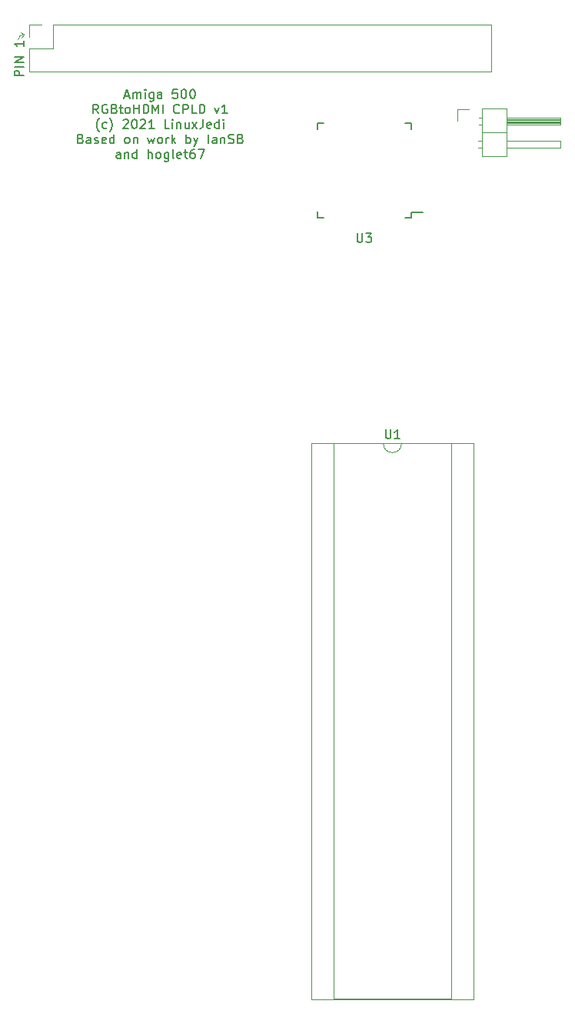
<source format=gbr>
%TF.GenerationSoftware,KiCad,Pcbnew,5.1.9-73d0e3b20d~88~ubuntu20.10.1*%
%TF.CreationDate,2021-03-23T08:11:44+00:00*%
%TF.ProjectId,A500,41353030-2e6b-4696-9361-645f70636258,rev?*%
%TF.SameCoordinates,Original*%
%TF.FileFunction,Legend,Top*%
%TF.FilePolarity,Positive*%
%FSLAX46Y46*%
G04 Gerber Fmt 4.6, Leading zero omitted, Abs format (unit mm)*
G04 Created by KiCad (PCBNEW 5.1.9-73d0e3b20d~88~ubuntu20.10.1) date 2021-03-23 08:11:44*
%MOMM*%
%LPD*%
G01*
G04 APERTURE LIST*
%ADD10C,0.120000*%
%ADD11C,0.150000*%
G04 APERTURE END LIST*
D10*
X57150000Y-23241000D02*
G75*
G02*
X57785000Y-22606000I635000J0D01*
G01*
X57785000Y-22606000D02*
X57531000Y-22987000D01*
X57785000Y-22606000D02*
X57404000Y-22352000D01*
D11*
X57729380Y-27153952D02*
X56729380Y-27153952D01*
X56729380Y-26773000D01*
X56777000Y-26677761D01*
X56824619Y-26630142D01*
X56919857Y-26582523D01*
X57062714Y-26582523D01*
X57157952Y-26630142D01*
X57205571Y-26677761D01*
X57253190Y-26773000D01*
X57253190Y-27153952D01*
X57729380Y-26153952D02*
X56729380Y-26153952D01*
X57729380Y-25677761D02*
X56729380Y-25677761D01*
X57729380Y-25106333D01*
X56729380Y-25106333D01*
X57729380Y-23344428D02*
X57729380Y-23915857D01*
X57729380Y-23630142D02*
X56729380Y-23630142D01*
X56872238Y-23725380D01*
X56967476Y-23820619D01*
X57015095Y-23915857D01*
X68913857Y-29378666D02*
X69390047Y-29378666D01*
X68818619Y-29664380D02*
X69151952Y-28664380D01*
X69485285Y-29664380D01*
X69818619Y-29664380D02*
X69818619Y-28997714D01*
X69818619Y-29092952D02*
X69866238Y-29045333D01*
X69961476Y-28997714D01*
X70104333Y-28997714D01*
X70199571Y-29045333D01*
X70247190Y-29140571D01*
X70247190Y-29664380D01*
X70247190Y-29140571D02*
X70294809Y-29045333D01*
X70390047Y-28997714D01*
X70532904Y-28997714D01*
X70628142Y-29045333D01*
X70675761Y-29140571D01*
X70675761Y-29664380D01*
X71151952Y-29664380D02*
X71151952Y-28997714D01*
X71151952Y-28664380D02*
X71104333Y-28712000D01*
X71151952Y-28759619D01*
X71199571Y-28712000D01*
X71151952Y-28664380D01*
X71151952Y-28759619D01*
X72056714Y-28997714D02*
X72056714Y-29807238D01*
X72009095Y-29902476D01*
X71961476Y-29950095D01*
X71866238Y-29997714D01*
X71723380Y-29997714D01*
X71628142Y-29950095D01*
X72056714Y-29616761D02*
X71961476Y-29664380D01*
X71771000Y-29664380D01*
X71675761Y-29616761D01*
X71628142Y-29569142D01*
X71580523Y-29473904D01*
X71580523Y-29188190D01*
X71628142Y-29092952D01*
X71675761Y-29045333D01*
X71771000Y-28997714D01*
X71961476Y-28997714D01*
X72056714Y-29045333D01*
X72961476Y-29664380D02*
X72961476Y-29140571D01*
X72913857Y-29045333D01*
X72818619Y-28997714D01*
X72628142Y-28997714D01*
X72532904Y-29045333D01*
X72961476Y-29616761D02*
X72866238Y-29664380D01*
X72628142Y-29664380D01*
X72532904Y-29616761D01*
X72485285Y-29521523D01*
X72485285Y-29426285D01*
X72532904Y-29331047D01*
X72628142Y-29283428D01*
X72866238Y-29283428D01*
X72961476Y-29235809D01*
X74675761Y-28664380D02*
X74199571Y-28664380D01*
X74151952Y-29140571D01*
X74199571Y-29092952D01*
X74294809Y-29045333D01*
X74532904Y-29045333D01*
X74628142Y-29092952D01*
X74675761Y-29140571D01*
X74723380Y-29235809D01*
X74723380Y-29473904D01*
X74675761Y-29569142D01*
X74628142Y-29616761D01*
X74532904Y-29664380D01*
X74294809Y-29664380D01*
X74199571Y-29616761D01*
X74151952Y-29569142D01*
X75342428Y-28664380D02*
X75437666Y-28664380D01*
X75532904Y-28712000D01*
X75580523Y-28759619D01*
X75628142Y-28854857D01*
X75675761Y-29045333D01*
X75675761Y-29283428D01*
X75628142Y-29473904D01*
X75580523Y-29569142D01*
X75532904Y-29616761D01*
X75437666Y-29664380D01*
X75342428Y-29664380D01*
X75247190Y-29616761D01*
X75199571Y-29569142D01*
X75151952Y-29473904D01*
X75104333Y-29283428D01*
X75104333Y-29045333D01*
X75151952Y-28854857D01*
X75199571Y-28759619D01*
X75247190Y-28712000D01*
X75342428Y-28664380D01*
X76294809Y-28664380D02*
X76390047Y-28664380D01*
X76485285Y-28712000D01*
X76532904Y-28759619D01*
X76580523Y-28854857D01*
X76628142Y-29045333D01*
X76628142Y-29283428D01*
X76580523Y-29473904D01*
X76532904Y-29569142D01*
X76485285Y-29616761D01*
X76390047Y-29664380D01*
X76294809Y-29664380D01*
X76199571Y-29616761D01*
X76151952Y-29569142D01*
X76104333Y-29473904D01*
X76056714Y-29283428D01*
X76056714Y-29045333D01*
X76104333Y-28854857D01*
X76151952Y-28759619D01*
X76199571Y-28712000D01*
X76294809Y-28664380D01*
X65985285Y-31314380D02*
X65651952Y-30838190D01*
X65413857Y-31314380D02*
X65413857Y-30314380D01*
X65794809Y-30314380D01*
X65890047Y-30362000D01*
X65937666Y-30409619D01*
X65985285Y-30504857D01*
X65985285Y-30647714D01*
X65937666Y-30742952D01*
X65890047Y-30790571D01*
X65794809Y-30838190D01*
X65413857Y-30838190D01*
X66937666Y-30362000D02*
X66842428Y-30314380D01*
X66699571Y-30314380D01*
X66556714Y-30362000D01*
X66461476Y-30457238D01*
X66413857Y-30552476D01*
X66366238Y-30742952D01*
X66366238Y-30885809D01*
X66413857Y-31076285D01*
X66461476Y-31171523D01*
X66556714Y-31266761D01*
X66699571Y-31314380D01*
X66794809Y-31314380D01*
X66937666Y-31266761D01*
X66985285Y-31219142D01*
X66985285Y-30885809D01*
X66794809Y-30885809D01*
X67747190Y-30790571D02*
X67890047Y-30838190D01*
X67937666Y-30885809D01*
X67985285Y-30981047D01*
X67985285Y-31123904D01*
X67937666Y-31219142D01*
X67890047Y-31266761D01*
X67794809Y-31314380D01*
X67413857Y-31314380D01*
X67413857Y-30314380D01*
X67747190Y-30314380D01*
X67842428Y-30362000D01*
X67890047Y-30409619D01*
X67937666Y-30504857D01*
X67937666Y-30600095D01*
X67890047Y-30695333D01*
X67842428Y-30742952D01*
X67747190Y-30790571D01*
X67413857Y-30790571D01*
X68271000Y-30647714D02*
X68651952Y-30647714D01*
X68413857Y-30314380D02*
X68413857Y-31171523D01*
X68461476Y-31266761D01*
X68556714Y-31314380D01*
X68651952Y-31314380D01*
X69128142Y-31314380D02*
X69032904Y-31266761D01*
X68985285Y-31219142D01*
X68937666Y-31123904D01*
X68937666Y-30838190D01*
X68985285Y-30742952D01*
X69032904Y-30695333D01*
X69128142Y-30647714D01*
X69271000Y-30647714D01*
X69366238Y-30695333D01*
X69413857Y-30742952D01*
X69461476Y-30838190D01*
X69461476Y-31123904D01*
X69413857Y-31219142D01*
X69366238Y-31266761D01*
X69271000Y-31314380D01*
X69128142Y-31314380D01*
X69890047Y-31314380D02*
X69890047Y-30314380D01*
X69890047Y-30790571D02*
X70461476Y-30790571D01*
X70461476Y-31314380D02*
X70461476Y-30314380D01*
X70937666Y-31314380D02*
X70937666Y-30314380D01*
X71175761Y-30314380D01*
X71318619Y-30362000D01*
X71413857Y-30457238D01*
X71461476Y-30552476D01*
X71509095Y-30742952D01*
X71509095Y-30885809D01*
X71461476Y-31076285D01*
X71413857Y-31171523D01*
X71318619Y-31266761D01*
X71175761Y-31314380D01*
X70937666Y-31314380D01*
X71937666Y-31314380D02*
X71937666Y-30314380D01*
X72271000Y-31028666D01*
X72604333Y-30314380D01*
X72604333Y-31314380D01*
X73080523Y-31314380D02*
X73080523Y-30314380D01*
X74890047Y-31219142D02*
X74842428Y-31266761D01*
X74699571Y-31314380D01*
X74604333Y-31314380D01*
X74461476Y-31266761D01*
X74366238Y-31171523D01*
X74318619Y-31076285D01*
X74271000Y-30885809D01*
X74271000Y-30742952D01*
X74318619Y-30552476D01*
X74366238Y-30457238D01*
X74461476Y-30362000D01*
X74604333Y-30314380D01*
X74699571Y-30314380D01*
X74842428Y-30362000D01*
X74890047Y-30409619D01*
X75318619Y-31314380D02*
X75318619Y-30314380D01*
X75699571Y-30314380D01*
X75794809Y-30362000D01*
X75842428Y-30409619D01*
X75890047Y-30504857D01*
X75890047Y-30647714D01*
X75842428Y-30742952D01*
X75794809Y-30790571D01*
X75699571Y-30838190D01*
X75318619Y-30838190D01*
X76794809Y-31314380D02*
X76318619Y-31314380D01*
X76318619Y-30314380D01*
X77128142Y-31314380D02*
X77128142Y-30314380D01*
X77366238Y-30314380D01*
X77509095Y-30362000D01*
X77604333Y-30457238D01*
X77651952Y-30552476D01*
X77699571Y-30742952D01*
X77699571Y-30885809D01*
X77651952Y-31076285D01*
X77604333Y-31171523D01*
X77509095Y-31266761D01*
X77366238Y-31314380D01*
X77128142Y-31314380D01*
X78794809Y-30647714D02*
X79032904Y-31314380D01*
X79271000Y-30647714D01*
X80175761Y-31314380D02*
X79604333Y-31314380D01*
X79890047Y-31314380D02*
X79890047Y-30314380D01*
X79794809Y-30457238D01*
X79699571Y-30552476D01*
X79604333Y-30600095D01*
X66080523Y-33345333D02*
X66032904Y-33297714D01*
X65937666Y-33154857D01*
X65890047Y-33059619D01*
X65842428Y-32916761D01*
X65794809Y-32678666D01*
X65794809Y-32488190D01*
X65842428Y-32250095D01*
X65890047Y-32107238D01*
X65937666Y-32012000D01*
X66032904Y-31869142D01*
X66080523Y-31821523D01*
X66890047Y-32916761D02*
X66794809Y-32964380D01*
X66604333Y-32964380D01*
X66509095Y-32916761D01*
X66461476Y-32869142D01*
X66413857Y-32773904D01*
X66413857Y-32488190D01*
X66461476Y-32392952D01*
X66509095Y-32345333D01*
X66604333Y-32297714D01*
X66794809Y-32297714D01*
X66890047Y-32345333D01*
X67223380Y-33345333D02*
X67271000Y-33297714D01*
X67366238Y-33154857D01*
X67413857Y-33059619D01*
X67461476Y-32916761D01*
X67509095Y-32678666D01*
X67509095Y-32488190D01*
X67461476Y-32250095D01*
X67413857Y-32107238D01*
X67366238Y-32012000D01*
X67271000Y-31869142D01*
X67223380Y-31821523D01*
X68699571Y-32059619D02*
X68747190Y-32012000D01*
X68842428Y-31964380D01*
X69080523Y-31964380D01*
X69175761Y-32012000D01*
X69223380Y-32059619D01*
X69271000Y-32154857D01*
X69271000Y-32250095D01*
X69223380Y-32392952D01*
X68651952Y-32964380D01*
X69271000Y-32964380D01*
X69890047Y-31964380D02*
X69985285Y-31964380D01*
X70080523Y-32012000D01*
X70128142Y-32059619D01*
X70175761Y-32154857D01*
X70223380Y-32345333D01*
X70223380Y-32583428D01*
X70175761Y-32773904D01*
X70128142Y-32869142D01*
X70080523Y-32916761D01*
X69985285Y-32964380D01*
X69890047Y-32964380D01*
X69794809Y-32916761D01*
X69747190Y-32869142D01*
X69699571Y-32773904D01*
X69651952Y-32583428D01*
X69651952Y-32345333D01*
X69699571Y-32154857D01*
X69747190Y-32059619D01*
X69794809Y-32012000D01*
X69890047Y-31964380D01*
X70604333Y-32059619D02*
X70651952Y-32012000D01*
X70747190Y-31964380D01*
X70985285Y-31964380D01*
X71080523Y-32012000D01*
X71128142Y-32059619D01*
X71175761Y-32154857D01*
X71175761Y-32250095D01*
X71128142Y-32392952D01*
X70556714Y-32964380D01*
X71175761Y-32964380D01*
X72128142Y-32964380D02*
X71556714Y-32964380D01*
X71842428Y-32964380D02*
X71842428Y-31964380D01*
X71747190Y-32107238D01*
X71651952Y-32202476D01*
X71556714Y-32250095D01*
X73794809Y-32964380D02*
X73318619Y-32964380D01*
X73318619Y-31964380D01*
X74128142Y-32964380D02*
X74128142Y-32297714D01*
X74128142Y-31964380D02*
X74080523Y-32012000D01*
X74128142Y-32059619D01*
X74175761Y-32012000D01*
X74128142Y-31964380D01*
X74128142Y-32059619D01*
X74604333Y-32297714D02*
X74604333Y-32964380D01*
X74604333Y-32392952D02*
X74651952Y-32345333D01*
X74747190Y-32297714D01*
X74890047Y-32297714D01*
X74985285Y-32345333D01*
X75032904Y-32440571D01*
X75032904Y-32964380D01*
X75937666Y-32297714D02*
X75937666Y-32964380D01*
X75509095Y-32297714D02*
X75509095Y-32821523D01*
X75556714Y-32916761D01*
X75651952Y-32964380D01*
X75794809Y-32964380D01*
X75890047Y-32916761D01*
X75937666Y-32869142D01*
X76318619Y-32964380D02*
X76842428Y-32297714D01*
X76318619Y-32297714D02*
X76842428Y-32964380D01*
X77509095Y-31964380D02*
X77509095Y-32678666D01*
X77461476Y-32821523D01*
X77366238Y-32916761D01*
X77223380Y-32964380D01*
X77128142Y-32964380D01*
X78366238Y-32916761D02*
X78271000Y-32964380D01*
X78080523Y-32964380D01*
X77985285Y-32916761D01*
X77937666Y-32821523D01*
X77937666Y-32440571D01*
X77985285Y-32345333D01*
X78080523Y-32297714D01*
X78271000Y-32297714D01*
X78366238Y-32345333D01*
X78413857Y-32440571D01*
X78413857Y-32535809D01*
X77937666Y-32631047D01*
X79271000Y-32964380D02*
X79271000Y-31964380D01*
X79271000Y-32916761D02*
X79175761Y-32964380D01*
X78985285Y-32964380D01*
X78890047Y-32916761D01*
X78842428Y-32869142D01*
X78794809Y-32773904D01*
X78794809Y-32488190D01*
X78842428Y-32392952D01*
X78890047Y-32345333D01*
X78985285Y-32297714D01*
X79175761Y-32297714D01*
X79271000Y-32345333D01*
X79747190Y-32964380D02*
X79747190Y-32297714D01*
X79747190Y-31964380D02*
X79699571Y-32012000D01*
X79747190Y-32059619D01*
X79794809Y-32012000D01*
X79747190Y-31964380D01*
X79747190Y-32059619D01*
X64032904Y-34090571D02*
X64175761Y-34138190D01*
X64223380Y-34185809D01*
X64271000Y-34281047D01*
X64271000Y-34423904D01*
X64223380Y-34519142D01*
X64175761Y-34566761D01*
X64080523Y-34614380D01*
X63699571Y-34614380D01*
X63699571Y-33614380D01*
X64032904Y-33614380D01*
X64128142Y-33662000D01*
X64175761Y-33709619D01*
X64223380Y-33804857D01*
X64223380Y-33900095D01*
X64175761Y-33995333D01*
X64128142Y-34042952D01*
X64032904Y-34090571D01*
X63699571Y-34090571D01*
X65128142Y-34614380D02*
X65128142Y-34090571D01*
X65080523Y-33995333D01*
X64985285Y-33947714D01*
X64794809Y-33947714D01*
X64699571Y-33995333D01*
X65128142Y-34566761D02*
X65032904Y-34614380D01*
X64794809Y-34614380D01*
X64699571Y-34566761D01*
X64651952Y-34471523D01*
X64651952Y-34376285D01*
X64699571Y-34281047D01*
X64794809Y-34233428D01*
X65032904Y-34233428D01*
X65128142Y-34185809D01*
X65556714Y-34566761D02*
X65651952Y-34614380D01*
X65842428Y-34614380D01*
X65937666Y-34566761D01*
X65985285Y-34471523D01*
X65985285Y-34423904D01*
X65937666Y-34328666D01*
X65842428Y-34281047D01*
X65699571Y-34281047D01*
X65604333Y-34233428D01*
X65556714Y-34138190D01*
X65556714Y-34090571D01*
X65604333Y-33995333D01*
X65699571Y-33947714D01*
X65842428Y-33947714D01*
X65937666Y-33995333D01*
X66794809Y-34566761D02*
X66699571Y-34614380D01*
X66509095Y-34614380D01*
X66413857Y-34566761D01*
X66366238Y-34471523D01*
X66366238Y-34090571D01*
X66413857Y-33995333D01*
X66509095Y-33947714D01*
X66699571Y-33947714D01*
X66794809Y-33995333D01*
X66842428Y-34090571D01*
X66842428Y-34185809D01*
X66366238Y-34281047D01*
X67699571Y-34614380D02*
X67699571Y-33614380D01*
X67699571Y-34566761D02*
X67604333Y-34614380D01*
X67413857Y-34614380D01*
X67318619Y-34566761D01*
X67271000Y-34519142D01*
X67223380Y-34423904D01*
X67223380Y-34138190D01*
X67271000Y-34042952D01*
X67318619Y-33995333D01*
X67413857Y-33947714D01*
X67604333Y-33947714D01*
X67699571Y-33995333D01*
X69080523Y-34614380D02*
X68985285Y-34566761D01*
X68937666Y-34519142D01*
X68890047Y-34423904D01*
X68890047Y-34138190D01*
X68937666Y-34042952D01*
X68985285Y-33995333D01*
X69080523Y-33947714D01*
X69223380Y-33947714D01*
X69318619Y-33995333D01*
X69366238Y-34042952D01*
X69413857Y-34138190D01*
X69413857Y-34423904D01*
X69366238Y-34519142D01*
X69318619Y-34566761D01*
X69223380Y-34614380D01*
X69080523Y-34614380D01*
X69842428Y-33947714D02*
X69842428Y-34614380D01*
X69842428Y-34042952D02*
X69890047Y-33995333D01*
X69985285Y-33947714D01*
X70128142Y-33947714D01*
X70223380Y-33995333D01*
X70271000Y-34090571D01*
X70271000Y-34614380D01*
X71413857Y-33947714D02*
X71604333Y-34614380D01*
X71794809Y-34138190D01*
X71985285Y-34614380D01*
X72175761Y-33947714D01*
X72699571Y-34614380D02*
X72604333Y-34566761D01*
X72556714Y-34519142D01*
X72509095Y-34423904D01*
X72509095Y-34138190D01*
X72556714Y-34042952D01*
X72604333Y-33995333D01*
X72699571Y-33947714D01*
X72842428Y-33947714D01*
X72937666Y-33995333D01*
X72985285Y-34042952D01*
X73032904Y-34138190D01*
X73032904Y-34423904D01*
X72985285Y-34519142D01*
X72937666Y-34566761D01*
X72842428Y-34614380D01*
X72699571Y-34614380D01*
X73461476Y-34614380D02*
X73461476Y-33947714D01*
X73461476Y-34138190D02*
X73509095Y-34042952D01*
X73556714Y-33995333D01*
X73651952Y-33947714D01*
X73747190Y-33947714D01*
X74080523Y-34614380D02*
X74080523Y-33614380D01*
X74175761Y-34233428D02*
X74461476Y-34614380D01*
X74461476Y-33947714D02*
X74080523Y-34328666D01*
X75651952Y-34614380D02*
X75651952Y-33614380D01*
X75651952Y-33995333D02*
X75747190Y-33947714D01*
X75937666Y-33947714D01*
X76032904Y-33995333D01*
X76080523Y-34042952D01*
X76128142Y-34138190D01*
X76128142Y-34423904D01*
X76080523Y-34519142D01*
X76032904Y-34566761D01*
X75937666Y-34614380D01*
X75747190Y-34614380D01*
X75651952Y-34566761D01*
X76461476Y-33947714D02*
X76699571Y-34614380D01*
X76937666Y-33947714D02*
X76699571Y-34614380D01*
X76604333Y-34852476D01*
X76556714Y-34900095D01*
X76461476Y-34947714D01*
X78080523Y-34614380D02*
X78080523Y-33614380D01*
X78985285Y-34614380D02*
X78985285Y-34090571D01*
X78937666Y-33995333D01*
X78842428Y-33947714D01*
X78651952Y-33947714D01*
X78556714Y-33995333D01*
X78985285Y-34566761D02*
X78890047Y-34614380D01*
X78651952Y-34614380D01*
X78556714Y-34566761D01*
X78509095Y-34471523D01*
X78509095Y-34376285D01*
X78556714Y-34281047D01*
X78651952Y-34233428D01*
X78890047Y-34233428D01*
X78985285Y-34185809D01*
X79461476Y-33947714D02*
X79461476Y-34614380D01*
X79461476Y-34042952D02*
X79509095Y-33995333D01*
X79604333Y-33947714D01*
X79747190Y-33947714D01*
X79842428Y-33995333D01*
X79890047Y-34090571D01*
X79890047Y-34614380D01*
X80318619Y-34566761D02*
X80461476Y-34614380D01*
X80699571Y-34614380D01*
X80794809Y-34566761D01*
X80842428Y-34519142D01*
X80890047Y-34423904D01*
X80890047Y-34328666D01*
X80842428Y-34233428D01*
X80794809Y-34185809D01*
X80699571Y-34138190D01*
X80509095Y-34090571D01*
X80413857Y-34042952D01*
X80366238Y-33995333D01*
X80318619Y-33900095D01*
X80318619Y-33804857D01*
X80366238Y-33709619D01*
X80413857Y-33662000D01*
X80509095Y-33614380D01*
X80747190Y-33614380D01*
X80890047Y-33662000D01*
X81651952Y-34090571D02*
X81794809Y-34138190D01*
X81842428Y-34185809D01*
X81890047Y-34281047D01*
X81890047Y-34423904D01*
X81842428Y-34519142D01*
X81794809Y-34566761D01*
X81699571Y-34614380D01*
X81318619Y-34614380D01*
X81318619Y-33614380D01*
X81651952Y-33614380D01*
X81747190Y-33662000D01*
X81794809Y-33709619D01*
X81842428Y-33804857D01*
X81842428Y-33900095D01*
X81794809Y-33995333D01*
X81747190Y-34042952D01*
X81651952Y-34090571D01*
X81318619Y-34090571D01*
X68413857Y-36264380D02*
X68413857Y-35740571D01*
X68366238Y-35645333D01*
X68271000Y-35597714D01*
X68080523Y-35597714D01*
X67985285Y-35645333D01*
X68413857Y-36216761D02*
X68318619Y-36264380D01*
X68080523Y-36264380D01*
X67985285Y-36216761D01*
X67937666Y-36121523D01*
X67937666Y-36026285D01*
X67985285Y-35931047D01*
X68080523Y-35883428D01*
X68318619Y-35883428D01*
X68413857Y-35835809D01*
X68890047Y-35597714D02*
X68890047Y-36264380D01*
X68890047Y-35692952D02*
X68937666Y-35645333D01*
X69032904Y-35597714D01*
X69175761Y-35597714D01*
X69271000Y-35645333D01*
X69318619Y-35740571D01*
X69318619Y-36264380D01*
X70223380Y-36264380D02*
X70223380Y-35264380D01*
X70223380Y-36216761D02*
X70128142Y-36264380D01*
X69937666Y-36264380D01*
X69842428Y-36216761D01*
X69794809Y-36169142D01*
X69747190Y-36073904D01*
X69747190Y-35788190D01*
X69794809Y-35692952D01*
X69842428Y-35645333D01*
X69937666Y-35597714D01*
X70128142Y-35597714D01*
X70223380Y-35645333D01*
X71461476Y-36264380D02*
X71461476Y-35264380D01*
X71890047Y-36264380D02*
X71890047Y-35740571D01*
X71842428Y-35645333D01*
X71747190Y-35597714D01*
X71604333Y-35597714D01*
X71509095Y-35645333D01*
X71461476Y-35692952D01*
X72509095Y-36264380D02*
X72413857Y-36216761D01*
X72366238Y-36169142D01*
X72318619Y-36073904D01*
X72318619Y-35788190D01*
X72366238Y-35692952D01*
X72413857Y-35645333D01*
X72509095Y-35597714D01*
X72651952Y-35597714D01*
X72747190Y-35645333D01*
X72794809Y-35692952D01*
X72842428Y-35788190D01*
X72842428Y-36073904D01*
X72794809Y-36169142D01*
X72747190Y-36216761D01*
X72651952Y-36264380D01*
X72509095Y-36264380D01*
X73699571Y-35597714D02*
X73699571Y-36407238D01*
X73651952Y-36502476D01*
X73604333Y-36550095D01*
X73509095Y-36597714D01*
X73366238Y-36597714D01*
X73271000Y-36550095D01*
X73699571Y-36216761D02*
X73604333Y-36264380D01*
X73413857Y-36264380D01*
X73318619Y-36216761D01*
X73271000Y-36169142D01*
X73223380Y-36073904D01*
X73223380Y-35788190D01*
X73271000Y-35692952D01*
X73318619Y-35645333D01*
X73413857Y-35597714D01*
X73604333Y-35597714D01*
X73699571Y-35645333D01*
X74318619Y-36264380D02*
X74223380Y-36216761D01*
X74175761Y-36121523D01*
X74175761Y-35264380D01*
X75080523Y-36216761D02*
X74985285Y-36264380D01*
X74794809Y-36264380D01*
X74699571Y-36216761D01*
X74651952Y-36121523D01*
X74651952Y-35740571D01*
X74699571Y-35645333D01*
X74794809Y-35597714D01*
X74985285Y-35597714D01*
X75080523Y-35645333D01*
X75128142Y-35740571D01*
X75128142Y-35835809D01*
X74651952Y-35931047D01*
X75413857Y-35597714D02*
X75794809Y-35597714D01*
X75556714Y-35264380D02*
X75556714Y-36121523D01*
X75604333Y-36216761D01*
X75699571Y-36264380D01*
X75794809Y-36264380D01*
X76556714Y-35264380D02*
X76366238Y-35264380D01*
X76271000Y-35312000D01*
X76223380Y-35359619D01*
X76128142Y-35502476D01*
X76080523Y-35692952D01*
X76080523Y-36073904D01*
X76128142Y-36169142D01*
X76175761Y-36216761D01*
X76271000Y-36264380D01*
X76461476Y-36264380D01*
X76556714Y-36216761D01*
X76604333Y-36169142D01*
X76651952Y-36073904D01*
X76651952Y-35835809D01*
X76604333Y-35740571D01*
X76556714Y-35692952D01*
X76461476Y-35645333D01*
X76271000Y-35645333D01*
X76175761Y-35692952D01*
X76128142Y-35740571D01*
X76080523Y-35835809D01*
X76985285Y-35264380D02*
X77651952Y-35264380D01*
X77223380Y-36264380D01*
%TO.C,U3*%
X100425000Y-42192000D02*
X101700000Y-42192000D01*
X90075000Y-42767000D02*
X90750000Y-42767000D01*
X90075000Y-32417000D02*
X90750000Y-32417000D01*
X100425000Y-32417000D02*
X99750000Y-32417000D01*
X100425000Y-42767000D02*
X99750000Y-42767000D01*
X100425000Y-32417000D02*
X100425000Y-33092000D01*
X90075000Y-32417000D02*
X90075000Y-33092000D01*
X90075000Y-42767000D02*
X90075000Y-42092000D01*
X100425000Y-42767000D02*
X100425000Y-42192000D01*
D10*
%TO.C,J1*%
X58360000Y-22860000D02*
X58360000Y-21530000D01*
X58360000Y-21530000D02*
X59690000Y-21530000D01*
X58360000Y-24130000D02*
X60960000Y-24130000D01*
X60960000Y-24130000D02*
X60960000Y-21530000D01*
X60960000Y-21530000D02*
X109280000Y-21530000D01*
X109280000Y-26730000D02*
X109280000Y-21530000D01*
X58360000Y-26730000D02*
X109280000Y-26730000D01*
X58360000Y-26730000D02*
X58360000Y-24130000D01*
%TO.C,U1*%
X107320000Y-67575000D02*
X89420000Y-67575000D01*
X107320000Y-128775000D02*
X107320000Y-67575000D01*
X89420000Y-128775000D02*
X107320000Y-128775000D01*
X89420000Y-67575000D02*
X89420000Y-128775000D01*
X104830000Y-67635000D02*
X99370000Y-67635000D01*
X104830000Y-128715000D02*
X104830000Y-67635000D01*
X91910000Y-128715000D02*
X104830000Y-128715000D01*
X91910000Y-67635000D02*
X91910000Y-128715000D01*
X97370000Y-67635000D02*
X91910000Y-67635000D01*
X99370000Y-67635000D02*
G75*
G02*
X97370000Y-67635000I-1000000J0D01*
G01*
%TO.C,JP1*%
X105537000Y-30861000D02*
X106807000Y-30861000D01*
X105537000Y-32131000D02*
X105537000Y-30861000D01*
X107849929Y-35051000D02*
X108247000Y-35051000D01*
X107849929Y-34291000D02*
X108247000Y-34291000D01*
X116907000Y-35051000D02*
X110907000Y-35051000D01*
X116907000Y-34291000D02*
X116907000Y-35051000D01*
X110907000Y-34291000D02*
X116907000Y-34291000D01*
X108247000Y-33401000D02*
X110907000Y-33401000D01*
X107917000Y-32511000D02*
X108247000Y-32511000D01*
X107917000Y-31751000D02*
X108247000Y-31751000D01*
X110907000Y-32411000D02*
X116907000Y-32411000D01*
X110907000Y-32291000D02*
X116907000Y-32291000D01*
X110907000Y-32171000D02*
X116907000Y-32171000D01*
X110907000Y-32051000D02*
X116907000Y-32051000D01*
X110907000Y-31931000D02*
X116907000Y-31931000D01*
X110907000Y-31811000D02*
X116907000Y-31811000D01*
X116907000Y-32511000D02*
X110907000Y-32511000D01*
X116907000Y-31751000D02*
X116907000Y-32511000D01*
X110907000Y-31751000D02*
X116907000Y-31751000D01*
X110907000Y-30801000D02*
X108247000Y-30801000D01*
X110907000Y-36001000D02*
X110907000Y-30801000D01*
X108247000Y-36001000D02*
X110907000Y-36001000D01*
X108247000Y-30801000D02*
X108247000Y-36001000D01*
%TO.C,U3*%
D11*
X94488095Y-44494380D02*
X94488095Y-45303904D01*
X94535714Y-45399142D01*
X94583333Y-45446761D01*
X94678571Y-45494380D01*
X94869047Y-45494380D01*
X94964285Y-45446761D01*
X95011904Y-45399142D01*
X95059523Y-45303904D01*
X95059523Y-44494380D01*
X95440476Y-44494380D02*
X96059523Y-44494380D01*
X95726190Y-44875333D01*
X95869047Y-44875333D01*
X95964285Y-44922952D01*
X96011904Y-44970571D01*
X96059523Y-45065809D01*
X96059523Y-45303904D01*
X96011904Y-45399142D01*
X95964285Y-45446761D01*
X95869047Y-45494380D01*
X95583333Y-45494380D01*
X95488095Y-45446761D01*
X95440476Y-45399142D01*
%TO.C,U1*%
X97608095Y-66087380D02*
X97608095Y-66896904D01*
X97655714Y-66992142D01*
X97703333Y-67039761D01*
X97798571Y-67087380D01*
X97989047Y-67087380D01*
X98084285Y-67039761D01*
X98131904Y-66992142D01*
X98179523Y-66896904D01*
X98179523Y-66087380D01*
X99179523Y-67087380D02*
X98608095Y-67087380D01*
X98893809Y-67087380D02*
X98893809Y-66087380D01*
X98798571Y-66230238D01*
X98703333Y-66325476D01*
X98608095Y-66373095D01*
%TD*%
M02*

</source>
